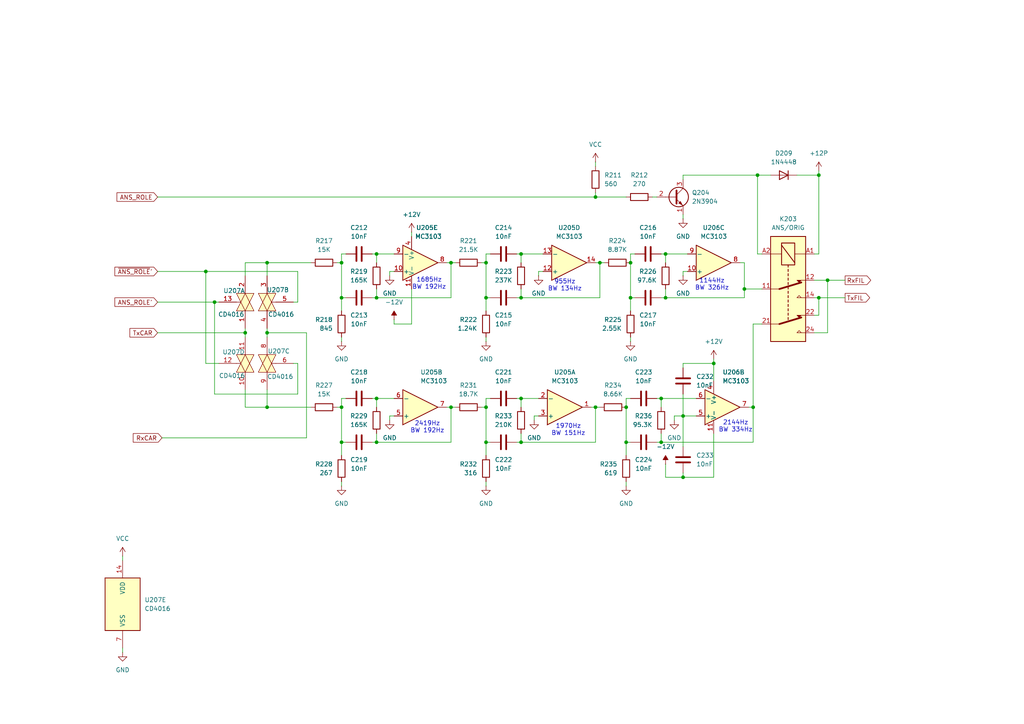
<source format=kicad_sch>
(kicad_sch (version 20250114) (generator "eeschema") (generator_version "9.0")
  (paper "A4")
  (lib_symbols
    (symbol "4xxx:4016" (pin_names (offset 1.016))
      (property "Reference" "U" (at -7.62 8.89 0))
      (property "Value" "4016" (at -7.62 -8.89 0))
      (symbol "4016_1_0"
        (polyline (pts (xy -2.54 2.54) (xy 2.54 0) (xy -2.54 -2.54) (xy -2.54 2.54)) (fill (type background)))
        (polyline (pts (xy -2.54 0) (xy 2.54 2.54) (xy 2.54 -2.54) (xy -2.54 0)) (fill (type background)))
        (polyline (pts (xy 0 1.27) (xy 0 2.54)) (stroke (width 0.1524)))
        (pin passive line (at -7.62 0 0) (length 5.08) (name "~") (number "1"))
        (pin input line (at 0 7.62 270) (length 5.08) (name "~") (number "13"))
        (pin passive line (at 7.62 0 180) (length 5.08) (name "~") (number "2"))
      )
      (symbol "4016_2_0"
        (polyline (pts (xy -2.54 2.54) (xy 2.54 0) (xy -2.54 -2.54) (xy -2.54 2.54)) (fill (type background)))
        (polyline (pts (xy -2.54 0) (xy 2.54 2.54) (xy 2.54 -2.54) (xy -2.54 0)) (fill (type background)))
        (polyline (pts (xy 0 1.27) (xy 0 2.54)) (stroke (width 0.1524)))
        (pin passive line (at -7.62 0 0) (length 5.08) (name "~") (number "4"))
        (pin input line (at 0 7.62 270) (length 5.08) (name "~") (number "5"))
        (pin passive line (at 7.62 0 180) (length 5.08) (name "~") (number "3"))
      )
      (symbol "4016_3_0"
        (polyline (pts (xy -2.54 2.54) (xy 2.54 0) (xy -2.54 -2.54) (xy -2.54 2.54)) (fill (type background)))
        (polyline (pts (xy -2.54 0) (xy 2.54 2.54) (xy 2.54 -2.54) (xy -2.54 0)) (fill (type background)))
        (polyline (pts (xy 0 1.27) (xy 0 2.54)) (stroke (width 0.1524)))
        (pin passive line (at -7.62 0 0) (length 5.08) (name "~") (number "8"))
        (pin input line (at 0 7.62 270) (length 5.08) (name "~") (number "6"))
        (pin passive line (at 7.62 0 180) (length 5.08) (name "~") (number "9"))
      )
      (symbol "4016_4_0"
        (polyline (pts (xy -2.54 2.54) (xy 2.54 0) (xy -2.54 -2.54) (xy -2.54 2.54)) (fill (type background)))
        (polyline (pts (xy -2.54 0) (xy 2.54 2.54) (xy 2.54 -2.54) (xy -2.54 0)) (fill (type background)))
        (polyline (pts (xy 0 1.27) (xy 0 2.54)) (stroke (width 0.1524)))
        (pin passive line (at -7.62 0 0) (length 5.08) (name "~") (number "11"))
        (pin input line (at 0 7.62 270) (length 5.08) (name "~") (number "12"))
        (pin passive line (at 7.62 0 180) (length 5.08) (name "~") (number "10"))
      )
      (symbol "4016_5_0"
        (pin power_in line (at 0 12.7 270) (length 5.08) (name "VDD") (number "14"))
        (pin power_in line (at 0 -12.7 90) (length 5.08) (name "VSS") (number "7"))
      )
      (symbol "4016_5_1"
        (rectangle (start -5.08 7.62) (end 5.08 -7.62) (stroke (width 0.254)) (fill (type background)))
      )
    )
    (symbol "Amplifier_Operational:OPA1604" (pin_names (offset 0.127))
      (property "Reference" "U" (at 0 5.08 0))
      (property "Value" "OPA1604" (at 0 -5.08 0))
      (symbol "OPA1604_1_1"
        (polyline (pts (xy -5.08 5.08) (xy 5.08 0) (xy -5.08 -5.08) (xy -5.08 5.08)) (stroke (width 0.254)) (fill (type background)))
        (pin input line (at -7.62 2.54 0) (length 2.54) (name "+") (number "3"))
        (pin input line (at -7.62 -2.54 0) (length 2.54) (name "-") (number "2"))
        (pin output line (at 7.62 0 180) (length 2.54) (name "~") (number "1"))
      )
      (symbol "OPA1604_2_1"
        (polyline (pts (xy -5.08 5.08) (xy 5.08 0) (xy -5.08 -5.08) (xy -5.08 5.08)) (stroke (width 0.254)) (fill (type background)))
        (pin input line (at -7.62 2.54 0) (length 2.54) (name "+") (number "5"))
        (pin input line (at -7.62 -2.54 0) (length 2.54) (name "-") (number "6"))
        (pin output line (at 7.62 0 180) (length 2.54) (name "~") (number "7"))
      )
      (symbol "OPA1604_3_1"
        (polyline (pts (xy -5.08 5.08) (xy 5.08 0) (xy -5.08 -5.08) (xy -5.08 5.08)) (stroke (width 0.254)) (fill (type background)))
        (pin input line (at -7.62 2.54 0) (length 2.54) (name "+") (number "10"))
        (pin input line (at -7.62 -2.54 0) (length 2.54) (name "-") (number "9"))
        (pin output line (at 7.62 0 180) (length 2.54) (name "~") (number "8"))
      )
      (symbol "OPA1604_4_1"
        (polyline (pts (xy -5.08 5.08) (xy 5.08 0) (xy -5.08 -5.08) (xy -5.08 5.08)) (stroke (width 0.254)) (fill (type background)))
        (pin input line (at -7.62 2.54 0) (length 2.54) (name "+") (number "12"))
        (pin input line (at -7.62 -2.54 0) (length 2.54) (name "-") (number "13"))
        (pin output line (at 7.62 0 180) (length 2.54) (name "~") (number "14"))
      )
      (symbol "OPA1604_5_1"
        (pin power_in line (at -2.54 7.62 270) (length 3.81) (name "V+") (number "4"))
        (pin power_in line (at -2.54 -7.62 90) (length 3.81) (name "V-") (number "11"))
      )
    )
    (symbol "Device:C" (pin_numbers (hide yes)) (pin_names (offset 0.254))
      (property "Reference" "C" (at 0.635 2.54 0))
      (property "Value" "C" (at 0.635 -2.54 0))
      (symbol "C_0_1"
        (polyline (pts (xy -2.032 0.762) (xy 2.032 0.762)) (stroke (width 0.508)))
        (polyline (pts (xy -2.032 -0.762) (xy 2.032 -0.762)) (stroke (width 0.508)))
      )
      (symbol "C_1_1"
        (pin passive line (at 0 3.81 270) (length 2.794) (name "~") (number "1"))
        (pin passive line (at 0 -3.81 90) (length 2.794) (name "~") (number "2"))
      )
    )
    (symbol "Device:D" (pin_numbers (hide yes)) (pin_names (offset 1.016) (hide yes))
      (property "Reference" "D" (at 0 2.54 0))
      (property "Value" "D" (at 0 -2.54 0))
      (symbol "D_0_1"
        (polyline (pts (xy -1.27 1.27) (xy -1.27 -1.27)) (stroke (width 0.254)))
        (polyline (pts (xy 1.27 1.27) (xy 1.27 -1.27) (xy -1.27 0) (xy 1.27 1.27)) (stroke (width 0.254)))
        (polyline (pts (xy 1.27 0) (xy -1.27 0)))
      )
      (symbol "D_1_1"
        (pin passive line (at -3.81 0 0) (length 2.54) (name "K") (number "1"))
        (pin passive line (at 3.81 0 180) (length 2.54) (name "A") (number "2"))
      )
    )
    (symbol "Device:R" (pin_numbers (hide yes)) (pin_names (offset 0))
      (property "Reference" "R" (at 2.032 0 90))
      (property "Value" "R" (at 0 0 90))
      (symbol "R_0_1"
        (rectangle (start -1.016 -2.54) (end 1.016 2.54) (stroke (width 0.254)))
      )
      (symbol "R_1_1"
        (pin passive line (at 0 3.81 270) (length 1.27) (name "~") (number "1"))
        (pin passive line (at 0 -3.81 90) (length 1.27) (name "~") (number "2"))
      )
    )
    (symbol "Relay:Relay_DPDT"
      (property "Reference" "K" (at 16.51 3.81 0))
      (property "Value" "Relay_DPDT" (at 16.51 1.27 0))
      (symbol "Relay_DPDT_0_1"
        (rectangle (start -15.24 5.08) (end 15.24 -5.08) (stroke (width 0.254)) (fill (type background)))
        (rectangle (start -13.335 1.905) (end -6.985 -1.905) (stroke (width 0.254)))
        (polyline (pts (xy -12.7 -1.905) (xy -7.62 1.905)) (stroke (width 0.254)))
        (polyline (pts (xy -10.16 5.08) (xy -10.16 1.905)))
        (polyline (pts (xy -10.16 -5.08) (xy -10.16 -1.905)))
        (polyline (pts (xy -6.985 0) (xy -6.35 0)) (stroke (width 0.254)))
        (polyline (pts (xy -5.715 0) (xy -5.08 0)) (stroke (width 0.254)))
        (polyline (pts (xy -4.445 0) (xy -3.81 0)) (stroke (width 0.254)))
        (polyline (pts (xy -3.175 0) (xy -2.54 0)) (stroke (width 0.254)))
        (polyline (pts (xy -2.54 5.08) (xy -2.54 2.54) (xy -1.905 3.175) (xy -2.54 3.81)) (fill (type outline)))
        (polyline (pts (xy -1.905 0) (xy -1.27 0)) (stroke (width 0.254)))
        (polyline (pts (xy -0.635 0) (xy 0 0)) (stroke (width 0.254)))
        (polyline (pts (xy 0 -2.54) (xy -1.905 3.81)) (stroke (width 0.508)))
        (polyline (pts (xy 0 -2.54) (xy 0 -5.08)))
        (polyline (pts (xy 0.635 0) (xy 1.27 0)) (stroke (width 0.254)))
        (polyline (pts (xy 1.905 0) (xy 2.54 0)) (stroke (width 0.254)))
        (polyline (pts (xy 2.54 5.08) (xy 2.54 2.54) (xy 1.905 3.175) (xy 2.54 3.81)))
        (polyline (pts (xy 3.175 0) (xy 3.81 0)) (stroke (width 0.254)))
        (polyline (pts (xy 4.445 0) (xy 5.08 0)) (stroke (width 0.254)))
        (polyline (pts (xy 5.715 0) (xy 6.35 0)) (stroke (width 0.254)))
        (polyline (pts (xy 6.985 0) (xy 7.62 0)) (stroke (width 0.254)))
        (polyline (pts (xy 7.62 5.08) (xy 7.62 2.54) (xy 8.255 3.175) (xy 7.62 3.81)) (fill (type outline)))
        (polyline (pts (xy 8.255 0) (xy 8.89 0)) (stroke (width 0.254)))
        (polyline (pts (xy 10.16 -2.54) (xy 8.255 3.81)) (stroke (width 0.508)))
        (polyline (pts (xy 10.16 -2.54) (xy 10.16 -5.08)))
        (polyline (pts (xy 12.7 5.08) (xy 12.7 2.54) (xy 12.065 3.175) (xy 12.7 3.81)))
      )
      (symbol "Relay_DPDT_1_1"
        (pin passive line (at -10.16 7.62 270) (length 2.54) (name "~") (number "A1"))
        (pin passive line (at -10.16 -7.62 90) (length 2.54) (name "~") (number "A2"))
        (pin passive line (at -2.54 7.62 270) (length 2.54) (name "~") (number "12"))
        (pin passive line (at 0 -7.62 90) (length 2.54) (name "~") (number "11"))
        (pin passive line (at 2.54 7.62 270) (length 2.54) (name "~") (number "14"))
        (pin passive line (at 7.62 7.62 270) (length 2.54) (name "~") (number "22"))
        (pin passive line (at 10.16 -7.62 90) (length 2.54) (name "~") (number "21"))
        (pin passive line (at 12.7 7.62 270) (length 2.54) (name "~") (number "24"))
      )
    )
    (symbol "Transistor_BJT:2N3904" (pin_names (offset 0) (hide yes))
      (property "Reference" "Q" (at 5.08 1.905 0))
      (property "Value" "2N3904" (at 5.08 0 0))
      (symbol "2N3904_0_1"
        (polyline (pts (xy -2.54 0) (xy 0.635 0)))
        (polyline (pts (xy 0.635 1.905) (xy 0.635 -1.905)) (stroke (width 0.508)))
        (circle (center 1.27 0) (radius 2.8194) (stroke (width 0.254)))
      )
      (symbol "2N3904_1_1"
        (polyline (pts (xy 0.635 0.635) (xy 2.54 2.54)))
        (polyline (pts (xy 0.635 -0.635) (xy 2.54 -2.54)))
        (polyline (pts (xy 1.27 -1.778) (xy 1.778 -1.27) (xy 2.286 -2.286) (xy 1.27 -1.778)) (fill (type outline)))
        (pin input line (at -5.08 0 0) (length 2.54) (name "B") (number "2"))
        (pin passive line (at 2.54 5.08 270) (length 2.54) (name "C") (number "3"))
        (pin passive line (at 2.54 -5.08 90) (length 2.54) (name "E") (number "1"))
      )
    )
    (symbol "power:+12P" (power) (pin_numbers (hide yes)) (pin_names (offset 0) (hide yes))
      (property "Value" "+12P" (at 0 3.556 0))
      (symbol "+12P_0_1"
        (polyline (pts (xy -0.762 1.27) (xy 0 2.54)))
        (polyline (pts (xy 0 2.54) (xy 0.762 1.27)))
        (polyline (pts (xy 0 0) (xy 0 2.54)))
      )
      (symbol "+12P_1_1"
        (pin power_in line (at 0 0 90) (length 0) (name "~") (number "1"))
      )
    )
    (symbol "power:+12V" (power) (pin_numbers (hide yes)) (pin_names (offset 0) (hide yes))
      (property "Value" "+12V" (at 0 3.556 0))
      (symbol "+12V_0_1"
        (polyline (pts (xy -0.762 1.27) (xy 0 2.54)))
        (polyline (pts (xy 0 2.54) (xy 0.762 1.27)))
        (polyline (pts (xy 0 0) (xy 0 2.54)))
      )
      (symbol "+12V_1_1"
        (pin power_in line (at 0 0 90) (length 0) (name "~") (number "1"))
      )
    )
    (symbol "power:-12V" (power) (pin_numbers (hide yes)) (pin_names (offset 0) (hide yes))
      (property "Value" "-12V" (at 0 3.556 0))
      (symbol "-12V_0_0"
        (pin power_in line (at 0 0 90) (length 0) (name "~") (number "1"))
      )
      (symbol "-12V_0_1"
        (polyline (pts (xy 0 0) (xy 0 1.27) (xy 0.762 1.27) (xy 0 2.54) (xy -0.762 1.27) (xy 0 1.27)) (fill (type outline)))
      )
    )
    (symbol "power:GND" (power) (pin_numbers (hide yes)) (pin_names (offset 0) (hide yes))
      (property "Value" "GND" (at 0 -3.81 0))
      (symbol "GND_0_1"
        (polyline (pts (xy 0 0) (xy 0 -1.27) (xy 1.27 -1.27) (xy 0 -2.54) (xy -1.27 -1.27) (xy 0 -1.27)))
      )
      (symbol "GND_1_1"
        (pin power_in line (at 0 0 270) (length 0) (name "~") (number "1"))
      )
    )
    (symbol "power:VCC" (power) (pin_numbers (hide yes)) (pin_names (offset 0) (hide yes))
      (property "Value" "VCC" (at 0 3.556 0))
      (symbol "VCC_0_1"
        (polyline (pts (xy -0.762 1.27) (xy 0 2.54)))
        (polyline (pts (xy 0 2.54) (xy 0.762 1.27)))
        (polyline (pts (xy 0 0) (xy 0 2.54)))
      )
      (symbol "VCC_1_1"
        (pin power_in line (at 0 0 90) (length 0) (name "~") (number "1"))
      )
    )
  )
  (text "2144Hz\nBW 334Hz" (at 213.36 123.698 0) (effects (font (size 1.27 1.27))))
  (text "955Hz\nBW 134Hz" (at 163.83 82.804 0) (effects (font (size 1.27 1.27))))
  (text "1970Hz\nBW 151Hz" (at 164.846 124.714 0) (effects (font (size 1.27 1.27))))
  (text "1144Hz\nBW 326Hz" (at 206.502 82.55 0) (effects (font (size 1.27 1.27))))
  (text "1685Hz\nBW 192Hz" (at 124.46 82.296 0) (effects (font (size 1.27 1.27))))
  (text "2419Hz\nBW 192Hz" (at 123.952 123.952 0) (effects (font (size 1.27 1.27))))
  (junction (at 130.81 118.11))
  (junction (at 207.01 105.41))
  (junction (at 193.04 86.36))
  (junction (at 173.99 76.2))
  (junction (at 140.97 118.11))
  (junction (at 240.03 81.28))
  (junction (at 151.13 86.36))
  (junction (at 172.72 57.15))
  (junction (at 140.97 86.36))
  (junction (at 219.71 50.8))
  (junction (at 140.97 76.2))
  (junction (at 99.06 86.36))
  (junction (at 59.69 78.74))
  (junction (at 77.47 76.2))
  (junction (at 71.12 96.52))
  (junction (at 172.72 118.11))
  (junction (at 237.49 86.36))
  (junction (at 191.77 128.27))
  (junction (at 151.13 73.66))
  (junction (at 109.22 86.36))
  (junction (at 218.44 118.11))
  (junction (at 109.22 128.27))
  (junction (at 198.12 120.65))
  (junction (at 198.12 138.43))
  (junction (at 182.88 86.36))
  (junction (at 151.13 128.27))
  (junction (at 181.61 118.11))
  (junction (at 140.97 128.27))
  (junction (at 193.04 73.66))
  (junction (at 99.06 76.2))
  (junction (at 191.77 115.57))
  (junction (at 77.47 118.11))
  (junction (at 182.88 76.2))
  (junction (at 99.06 118.11))
  (junction (at 130.81 76.2))
  (junction (at 62.23 87.63))
  (junction (at 151.13 115.57))
  (junction (at 237.49 50.8))
  (junction (at 109.22 73.66))
  (junction (at 109.22 115.57))
  (junction (at 99.06 128.27))
  (junction (at 77.47 96.52))
  (junction (at 181.61 128.27))
  (junction (at 215.9 83.82))
  (wire (pts (xy 193.04 73.66) (xy 193.04 76.2)))
  (wire (pts (xy 191.77 73.66) (xy 193.04 73.66)))
  (wire (pts (xy 45.72 78.74) (xy 59.69 78.74)))
  (wire (pts (xy 191.77 86.36) (xy 193.04 86.36)))
  (wire (pts (xy 182.88 97.79) (xy 182.88 99.06)))
  (wire (pts (xy 59.69 78.74) (xy 59.69 105.41)))
  (wire (pts (xy 86.36 114.3) (xy 86.36 105.41)))
  (wire (pts (xy 77.47 96.52) (xy 77.47 97.79)))
  (wire (pts (xy 151.13 115.57) (xy 156.21 115.57)))
  (wire (pts (xy 172.72 76.2) (xy 173.99 76.2)))
  (wire (pts (xy 207.01 104.14) (xy 207.01 105.41)))
  (wire (pts (xy 109.22 86.36) (xy 130.81 86.36)))
  (wire (pts (xy 99.06 76.2) (xy 99.06 73.66)))
  (wire (pts (xy 107.95 86.36) (xy 109.22 86.36)))
  (wire (pts (xy 140.97 115.57) (xy 142.24 115.57)))
  (wire (pts (xy 85.09 87.63) (xy 86.36 87.63)))
  (wire (pts (xy 77.47 118.11) (xy 90.17 118.11)))
  (wire (pts (xy 237.49 50.8) (xy 237.49 73.66)))
  (wire (pts (xy 198.12 52.07) (xy 198.12 50.8)))
  (wire (pts (xy 130.81 76.2) (xy 129.54 76.2)))
  (wire (pts (xy 172.72 55.88) (xy 172.72 57.15)))
  (wire (pts (xy 207.01 105.41) (xy 207.01 110.49)))
  (wire (pts (xy 191.77 115.57) (xy 191.77 118.11)))
  (wire (pts (xy 109.22 115.57) (xy 109.22 118.11)))
  (wire (pts (xy 198.12 120.65) (xy 198.12 129.54)))
  (wire (pts (xy 140.97 86.36) (xy 140.97 90.17)))
  (wire (pts (xy 236.22 86.36) (xy 237.49 86.36)))
  (wire (pts (xy 45.72 96.52) (xy 71.12 96.52)))
  (wire (pts (xy 207.01 105.41) (xy 198.12 105.41)))
  (wire (pts (xy 77.47 76.2) (xy 90.17 76.2)))
  (wire (pts (xy 99.06 132.08) (xy 99.06 128.27)))
  (wire (pts (xy 172.72 128.27) (xy 172.72 118.11)))
  (wire (pts (xy 113.03 120.65) (xy 113.03 121.92)))
  (wire (pts (xy 109.22 125.73) (xy 109.22 128.27)))
  (wire (pts (xy 190.5 115.57) (xy 191.77 115.57)))
  (wire (pts (xy 193.04 83.82) (xy 193.04 86.36)))
  (wire (pts (xy 140.97 128.27) (xy 140.97 118.11)))
  (wire (pts (xy 182.88 86.36) (xy 182.88 76.2)))
  (wire (pts (xy 189.23 57.15) (xy 190.5 57.15)))
  (wire (pts (xy 107.95 128.27) (xy 109.22 128.27)))
  (wire (pts (xy 182.88 86.36) (xy 182.88 90.17)))
  (wire (pts (xy 190.5 128.27) (xy 191.77 128.27)))
  (wire (pts (xy 181.61 128.27) (xy 181.61 132.08)))
  (wire (pts (xy 182.88 76.2) (xy 182.88 73.66)))
  (wire (pts (xy 191.77 125.73) (xy 191.77 128.27)))
  (wire (pts (xy 201.93 120.65) (xy 198.12 120.65)))
  (wire (pts (xy 191.77 115.57) (xy 201.93 115.57)))
  (wire (pts (xy 198.12 78.74) (xy 198.12 80.01)))
  (wire (pts (xy 151.13 86.36) (xy 173.99 86.36)))
  (wire (pts (xy 171.45 118.11) (xy 172.72 118.11)))
  (wire (pts (xy 198.12 105.41) (xy 198.12 106.68)))
  (wire (pts (xy 140.97 73.66) (xy 142.24 73.66)))
  (wire (pts (xy 99.06 97.79) (xy 99.06 99.06)))
  (wire (pts (xy 71.12 80.01) (xy 71.12 76.2)))
  (wire (pts (xy 218.44 118.11) (xy 218.44 93.98)))
  (wire (pts (xy 154.94 120.65) (xy 154.94 121.92)))
  (wire (pts (xy 88.9 96.52) (xy 77.47 96.52)))
  (wire (pts (xy 71.12 95.25) (xy 71.12 96.52)))
  (wire (pts (xy 151.13 83.82) (xy 151.13 86.36)))
  (wire (pts (xy 215.9 76.2) (xy 215.9 83.82)))
  (wire (pts (xy 62.23 87.63) (xy 63.5 87.63)))
  (wire (pts (xy 45.72 87.63) (xy 62.23 87.63)))
  (wire (pts (xy 140.97 76.2) (xy 140.97 73.66)))
  (wire (pts (xy 172.72 57.15) (xy 181.61 57.15)))
  (wire (pts (xy 191.77 128.27) (xy 218.44 128.27)))
  (wire (pts (xy 109.22 128.27) (xy 130.81 128.27)))
  (wire (pts (xy 193.04 86.36) (xy 215.9 86.36)))
  (wire (pts (xy 149.86 128.27) (xy 151.13 128.27)))
  (wire (pts (xy 139.7 76.2) (xy 140.97 76.2)))
  (wire (pts (xy 140.97 118.11) (xy 140.97 115.57)))
  (wire (pts (xy 181.61 139.7) (xy 181.61 140.97)))
  (wire (pts (xy 151.13 115.57) (xy 151.13 118.11)))
  (wire (pts (xy 151.13 73.66) (xy 151.13 76.2)))
  (wire (pts (xy 181.61 128.27) (xy 181.61 118.11)))
  (wire (pts (xy 199.39 78.74) (xy 198.12 78.74)))
  (wire (pts (xy 215.9 86.36) (xy 215.9 83.82)))
  (wire (pts (xy 71.12 113.03) (xy 71.12 118.11)))
  (wire (pts (xy 215.9 83.82) (xy 220.98 83.82)))
  (wire (pts (xy 109.22 73.66) (xy 114.3 73.66)))
  (wire (pts (xy 130.81 118.11) (xy 130.81 128.27)))
  (wire (pts (xy 109.22 83.82) (xy 109.22 86.36)))
  (wire (pts (xy 130.81 76.2) (xy 130.81 86.36)))
  (wire (pts (xy 149.86 115.57) (xy 151.13 115.57)))
  (wire (pts (xy 35.56 187.96) (xy 35.56 189.23)))
  (wire (pts (xy 237.49 73.66) (xy 236.22 73.66)))
  (wire (pts (xy 218.44 128.27) (xy 218.44 118.11)))
  (wire (pts (xy 237.49 49.53) (xy 237.49 50.8)))
  (wire (pts (xy 182.88 73.66) (xy 184.15 73.66)))
  (wire (pts (xy 140.97 86.36) (xy 142.24 86.36)))
  (wire (pts (xy 237.49 86.36) (xy 245.11 86.36)))
  (wire (pts (xy 114.3 78.74) (xy 113.03 78.74)))
  (wire (pts (xy 99.06 86.36) (xy 99.06 76.2)))
  (wire (pts (xy 119.38 67.31) (xy 119.38 68.58)))
  (wire (pts (xy 107.95 115.57) (xy 109.22 115.57)))
  (wire (pts (xy 139.7 118.11) (xy 140.97 118.11)))
  (wire (pts (xy 71.12 76.2) (xy 77.47 76.2)))
  (wire (pts (xy 99.06 128.27) (xy 99.06 118.11)))
  (wire (pts (xy 86.36 87.63) (xy 86.36 78.74)))
  (wire (pts (xy 207.01 138.43) (xy 207.01 125.73)))
  (wire (pts (xy 88.9 96.52) (xy 88.9 127)))
  (wire (pts (xy 114.3 92.71) (xy 114.3 93.98)))
  (wire (pts (xy 240.03 81.28) (xy 236.22 81.28)))
  (wire (pts (xy 219.71 50.8) (xy 219.71 73.66)))
  (wire (pts (xy 173.99 86.36) (xy 173.99 76.2)))
  (wire (pts (xy 214.63 76.2) (xy 215.9 76.2)))
  (wire (pts (xy 151.13 73.66) (xy 157.48 73.66)))
  (wire (pts (xy 71.12 118.11) (xy 77.47 118.11)))
  (wire (pts (xy 198.12 62.23) (xy 198.12 63.5)))
  (wire (pts (xy 182.88 86.36) (xy 184.15 86.36)))
  (wire (pts (xy 62.23 114.3) (xy 86.36 114.3)))
  (wire (pts (xy 97.79 118.11) (xy 99.06 118.11)))
  (wire (pts (xy 219.71 73.66) (xy 220.98 73.66)))
  (wire (pts (xy 140.97 139.7) (xy 140.97 140.97)))
  (wire (pts (xy 140.97 86.36) (xy 140.97 76.2)))
  (wire (pts (xy 114.3 120.65) (xy 113.03 120.65)))
  (wire (pts (xy 77.47 76.2) (xy 77.47 80.01)))
  (wire (pts (xy 181.61 118.11) (xy 181.61 115.57)))
  (wire (pts (xy 45.72 57.15) (xy 172.72 57.15)))
  (wire (pts (xy 130.81 118.11) (xy 132.08 118.11)))
  (wire (pts (xy 236.22 96.52) (xy 240.03 96.52)))
  (wire (pts (xy 113.03 78.74) (xy 113.03 80.01)))
  (wire (pts (xy 86.36 105.41) (xy 85.09 105.41)))
  (wire (pts (xy 240.03 96.52) (xy 240.03 81.28)))
  (wire (pts (xy 71.12 96.52) (xy 71.12 97.79)))
  (wire (pts (xy 237.49 91.44) (xy 236.22 91.44)))
  (wire (pts (xy 77.47 95.25) (xy 77.47 96.52)))
  (wire (pts (xy 198.12 114.3) (xy 198.12 120.65)))
  (wire (pts (xy 181.61 128.27) (xy 182.88 128.27)))
  (wire (pts (xy 217.17 118.11) (xy 218.44 118.11)))
  (wire (pts (xy 198.12 137.16) (xy 198.12 138.43)))
  (wire (pts (xy 99.06 139.7) (xy 99.06 140.97)))
  (wire (pts (xy 172.72 118.11) (xy 173.99 118.11)))
  (wire (pts (xy 149.86 86.36) (xy 151.13 86.36)))
  (wire (pts (xy 231.14 50.8) (xy 237.49 50.8)))
  (wire (pts (xy 62.23 87.63) (xy 62.23 114.3)))
  (wire (pts (xy 99.06 118.11) (xy 99.06 115.57)))
  (wire (pts (xy 77.47 113.03) (xy 77.47 118.11)))
  (wire (pts (xy 97.79 76.2) (xy 99.06 76.2)))
  (wire (pts (xy 151.13 125.73) (xy 151.13 128.27)))
  (wire (pts (xy 99.06 115.57) (xy 100.33 115.57)))
  (wire (pts (xy 140.97 128.27) (xy 140.97 132.08)))
  (wire (pts (xy 193.04 73.66) (xy 199.39 73.66)))
  (wire (pts (xy 140.97 97.79) (xy 140.97 99.06)))
  (wire (pts (xy 219.71 50.8) (xy 223.52 50.8)))
  (wire (pts (xy 193.04 134.62) (xy 193.04 138.43)))
  (wire (pts (xy 119.38 83.82) (xy 119.38 93.98)))
  (wire (pts (xy 198.12 50.8) (xy 219.71 50.8)))
  (wire (pts (xy 46.99 127) (xy 88.9 127)))
  (wire (pts (xy 172.72 46.99) (xy 172.72 48.26)))
  (wire (pts (xy 109.22 73.66) (xy 109.22 76.2)))
  (wire (pts (xy 149.86 73.66) (xy 151.13 73.66)))
  (wire (pts (xy 173.99 76.2) (xy 175.26 76.2)))
  (wire (pts (xy 193.04 138.43) (xy 198.12 138.43)))
  (wire (pts (xy 114.3 93.98) (xy 119.38 93.98)))
  (wire (pts (xy 99.06 128.27) (xy 100.33 128.27)))
  (wire (pts (xy 156.21 120.65) (xy 154.94 120.65)))
  (wire (pts (xy 198.12 120.65) (xy 195.58 120.65)))
  (wire (pts (xy 109.22 115.57) (xy 114.3 115.57)))
  (wire (pts (xy 151.13 128.27) (xy 172.72 128.27)))
  (wire (pts (xy 35.56 161.29) (xy 35.56 162.56)))
  (wire (pts (xy 198.12 138.43) (xy 207.01 138.43)))
  (wire (pts (xy 237.49 86.36) (xy 237.49 91.44)))
  (wire (pts (xy 195.58 120.65) (xy 195.58 121.92)))
  (wire (pts (xy 181.61 115.57) (xy 182.88 115.57)))
  (wire (pts (xy 130.81 76.2) (xy 132.08 76.2)))
  (wire (pts (xy 140.97 128.27) (xy 142.24 128.27)))
  (wire (pts (xy 99.06 90.17) (xy 99.06 86.36)))
  (wire (pts (xy 59.69 105.41) (xy 63.5 105.41)))
  (wire (pts (xy 99.06 73.66) (xy 100.33 73.66)))
  (wire (pts (xy 156.21 78.74) (xy 156.21 80.01)))
  (wire (pts (xy 59.69 78.74) (xy 86.36 78.74)))
  (wire (pts (xy 99.06 86.36) (xy 100.33 86.36)))
  (wire (pts (xy 107.95 73.66) (xy 109.22 73.66)))
  (wire (pts (xy 218.44 93.98) (xy 220.98 93.98)))
  (wire (pts (xy 240.03 81.28) (xy 245.11 81.28)))
  (wire (pts (xy 157.48 78.74) (xy 156.21 78.74)))
  (wire (pts (xy 130.81 118.11) (xy 129.54 118.11)))
  (global_label "TxCAR" (shape input) (at 45.72 96.52 180) (property "Intersheetrefs" "${INTERSHEET_REFS}" (effects (hide yes))))
  (global_label "RxCAR" (shape input) (at 46.99 127 180) (property "Intersheetrefs" "${INTERSHEET_REFS}" (effects (hide yes))))
  (global_label "~{ANS_ROLE}'" (shape input) (at 45.72 78.74 180) (property "Intersheetrefs" "${INTERSHEET_REFS}" (effects (hide yes))))
  (global_label "ANS_ROLE" (shape input) (at 45.72 57.15 180) (property "Intersheetrefs" "${INTERSHEET_REFS}" (effects (hide yes))))
  (global_label "ANS_ROLE'" (shape input) (at 45.72 87.63 180) (property "Intersheetrefs" "${INTERSHEET_REFS}" (effects (hide yes))))
  (global_label "TxFIL" (shape output) (at 245.11 86.36 0) (property "Intersheetrefs" "${INTERSHEET_REFS}" (effects (hide yes))))
  (global_label "RxFIL" (shape output) (at 245.11 81.28 0) (property "Intersheetrefs" "${INTERSHEET_REFS}" (effects (hide yes))))
  (symbol (lib_id "Amplifier_Operational:OPA1604") (at 121.92 118.11 0) (mirror x) (unit 2)
    (property "Reference" "U205" (at 121.92 107.95 0) (effects (justify left)))
    (property "Value" "MC3103" (at 121.92 110.49 0) (effects (justify left)))
    (property "Footprint" "Package_DIP:DIP-14_W7.62mm" (effects (hide yes)))
    (property "Datasheet" "https://www.onsemi.com/pdf/datasheet/mc3403-d.pdf" (effects (hide yes)))
  )
  (symbol (lib_id "Device:C") (at 187.96 86.36 90) (unit 1)
    (property "Reference" "C217" (at 187.96 91.44 90))
    (property "Value" "10nF" (at 187.96 93.98 90))
    (property "Footprint" "ZT1:C_16mm" (effects (hide yes)))
  )
  (symbol (lib_id "power:-12V") (at 193.04 134.62 0) (unit 1)
    (property "Reference" "#PWR044" (effects (hide yes)))
    (property "Value" "-12V" (at 193.04 129.54 0))
    (property "Description" "Power symbol creates a global label with name \"-12V\"" (effects (hide yes)))
  )
  (symbol (lib_id "Amplifier_Operational:OPA1604") (at 121.92 76.2 0) (unit 5)
    (property "Reference" "U205" (at 120.65 66.04 0) (effects (justify left)))
    (property "Value" "MC3103" (at 120.396 68.58 0) (effects (justify left)))
    (property "Footprint" "Package_DIP:DIP-14_W7.62mm" (effects (hide yes)))
    (property "Datasheet" "https://www.onsemi.com/pdf/datasheet/mc3403-d.pdf" (effects (hide yes)))
  )
  (symbol (lib_id "Device:C") (at 146.05 86.36 90) (unit 1)
    (property "Reference" "C215" (at 146.05 91.44 90))
    (property "Value" "10nF" (at 146.05 93.98 90))
    (property "Footprint" "ZT1:C_16mm" (effects (hide yes)))
  )
  (symbol (lib_id "Transistor_BJT:2N3904") (at 195.58 57.15 0) (unit 1)
    (property "Reference" "Q204" (at 200.66 55.8799 0) (effects (justify left)))
    (property "Value" "2N3904" (at 200.66 58.4199 0) (effects (justify left)))
    (property "Footprint" "Package_TO_SOT_THT:TO-92_Inline_Wide" (effects (hide yes)))
  )
  (symbol (lib_id "Device:R") (at 179.07 76.2 270) (unit 1)
    (property "Reference" "R224" (at 179.07 69.85 90))
    (property "Value" "8.87K" (at 179.07 72.39 90))
    (property "Footprint" "ZT1:R" (effects (hide yes)))
  )
  (symbol (lib_id "Device:C") (at 198.12 110.49 180) (unit 1)
    (property "Reference" "C232" (at 201.93 109.2199 0) (effects (justify right)))
    (property "Value" "10nF" (at 201.93 111.7599 0) (effects (justify right)))
    (property "Footprint" "ZT1:C_10mm" (effects (hide yes)))
  )
  (symbol (lib_id "power:GND") (at 99.06 99.06 0) (unit 1)
    (property "Reference" "#PWR030" (effects (hide yes)))
    (property "Value" "GND" (at 99.06 104.14 0))
    (property "Description" "Power symbol creates a global label with name \"GND\" , ground" (effects (hide yes)))
  )
  (symbol (lib_id "Device:R") (at 177.8 118.11 270) (unit 1)
    (property "Reference" "R234" (at 177.8 111.76 90))
    (property "Value" "8.66K" (at 177.8 114.3 90))
    (property "Footprint" "ZT1:R" (effects (hide yes)))
  )
  (symbol (lib_id "power:GND") (at 198.12 80.01 0) (unit 1)
    (property "Reference" "#PWR035" (effects (hide yes)))
    (property "Value" "GND" (at 198.12 85.09 0))
    (property "Description" "Power symbol creates a global label with name \"GND\" , ground" (effects (hide yes)))
  )
  (symbol (lib_id "power:VCC") (at 172.72 46.99 0) (unit 1)
    (property "Reference" "#PWR01017" (effects (hide yes)))
    (property "Value" "VCC" (at 172.72 41.91 0))
    (property "Description" "Power symbol creates a global label with name \"VCC\"" (effects (hide yes)))
  )
  (symbol (lib_id "Device:C") (at 198.12 133.35 180) (unit 1)
    (property "Reference" "C233" (at 201.93 132.0799 0) (effects (justify right)))
    (property "Value" "10nF" (at 201.93 134.6199 0) (effects (justify right)))
    (property "Footprint" "ZT1:C_10mm" (effects (hide yes)))
  )
  (symbol (lib_id "power:GND") (at 140.97 99.06 0) (unit 1)
    (property "Reference" "#PWR031" (effects (hide yes)))
    (property "Value" "GND" (at 140.97 104.14 0))
    (property "Description" "Power symbol creates a global label with name \"GND\" , ground" (effects (hide yes)))
  )
  (symbol (lib_id "Device:R") (at 151.13 121.92 180) (unit 1)
    (property "Reference" "R233" (at 148.59 120.6499 0) (effects (justify left)))
    (property "Value" "210K" (at 148.59 123.1899 0) (effects (justify left)))
    (property "Footprint" "ZT1:R" (effects (hide yes)))
  )
  (symbol (lib_id "Device:R") (at 151.13 80.01 180) (unit 1)
    (property "Reference" "R223" (at 148.59 78.7399 0) (effects (justify left)))
    (property "Value" "237K" (at 148.59 81.2799 0) (effects (justify left)))
    (property "Footprint" "ZT1:R" (effects (hide yes)))
  )
  (symbol (lib_id "power:+12P") (at 237.49 49.53 0) (unit 1)
    (property "Reference" "#PWR01016" (effects (hide yes)))
    (property "Value" "+12P" (at 237.49 44.45 0))
    (property "Description" "Power symbol creates a global label with name \"+12P\"" (effects (hide yes)))
  )
  (symbol (lib_id "Device:R") (at 140.97 135.89 0) (unit 1)
    (property "Reference" "R232" (at 138.43 134.6199 0) (effects (justify right)))
    (property "Value" "316" (at 138.43 137.1599 0) (effects (justify right)))
    (property "Footprint" "ZT1:R" (effects (hide yes)))
  )
  (symbol (lib_id "Device:C") (at 146.05 128.27 90) (unit 1)
    (property "Reference" "C222" (at 146.05 133.35 90))
    (property "Value" "10nF" (at 146.05 135.89 90))
    (property "Footprint" "ZT1:C_16mm" (effects (hide yes)))
  )
  (symbol (lib_id "Amplifier_Operational:OPA1604") (at 209.55 118.11 0) (unit 5)
    (property "Reference" "U206" (at 209.55 107.95 0) (effects (justify left)))
    (property "Value" "MC3103" (at 209.55 110.49 0) (effects (justify left)))
    (property "Footprint" "Package_DIP:DIP-14_W7.62mm" (effects (hide yes)))
    (property "Datasheet" "https://www.onsemi.com/pdf/datasheet/mc3403-d.pdf" (effects (hide yes)))
  )
  (symbol (lib_id "power:VCC") (at 35.56 161.29 0) (unit 1)
    (property "Reference" "#PWR021" (effects (hide yes)))
    (property "Value" "VCC" (at 35.56 156.21 0))
    (property "Description" "Power symbol creates a global label with name \"VCC\"" (effects (hide yes)))
  )
  (symbol (lib_id "Device:C") (at 104.14 86.36 90) (unit 1)
    (property "Reference" "C213" (at 104.14 91.44 90))
    (property "Value" "10nF" (at 104.14 93.98 90))
    (property "Footprint" "ZT1:C_16mm" (effects (hide yes)))
  )
  (symbol (lib_id "Device:R") (at 93.98 76.2 90) (unit 1)
    (property "Reference" "R217" (at 93.98 69.85 90))
    (property "Value" "15K" (at 93.98 72.39 90))
    (property "Footprint" "ZT1:R" (effects (hide yes)))
  )
  (symbol (lib_id "power:+12V") (at 207.01 104.14 0) (unit 1)
    (property "Reference" "#PWR043" (effects (hide yes)))
    (property "Value" "+12V" (at 207.01 99.06 0))
    (property "Description" "Power symbol creates a global label with name \"+12V\"" (effects (hide yes)))
  )
  (symbol (lib_id "Device:C") (at 186.69 128.27 90) (unit 1)
    (property "Reference" "C224" (at 186.69 133.35 90))
    (property "Value" "10nF" (at 186.69 135.89 90))
    (property "Footprint" "ZT1:C_16mm" (effects (hide yes)))
  )
  (symbol (lib_id "power:GND") (at 195.58 121.92 0) (unit 1)
    (property "Reference" "#PWR042" (effects (hide yes)))
    (property "Value" "GND" (at 195.58 127 0))
    (property "Description" "Power symbol creates a global label with name \"GND\" , ground" (effects (hide yes)))
  )
  (symbol (lib_id "Device:R") (at 99.06 135.89 180) (unit 1)
    (property "Reference" "R228" (at 96.52 134.6199 0) (effects (justify left)))
    (property "Value" "267" (at 96.52 137.1599 0) (effects (justify left)))
    (property "Footprint" "ZT1:R" (effects (hide yes)))
  )
  (symbol (lib_id "4xxx:4016") (at 77.47 105.41 270) (unit 3)
    (property "Reference" "U207" (at 84.074 101.854 90) (effects (justify right)))
    (property "Value" "CD4016" (at 85.09 109.22 90) (effects (justify right)))
    (property "Footprint" "Package_DIP:DIP-14_W7.62mm" (effects (hide yes)))
  )
  (symbol (lib_id "power:GND") (at 113.03 121.92 0) (unit 1)
    (property "Reference" "#PWR038" (effects (hide yes)))
    (property "Value" "GND" (at 113.03 127 0))
    (property "Description" "Power symbol creates a global label with name \"GND\" , ground" (effects (hide yes)))
  )
  (symbol (lib_id "4xxx:4016") (at 71.12 87.63 90) (unit 1)
    (property "Reference" "U207" (at 64.77 84.328 90) (effects (justify right)))
    (property "Value" "CD4016" (at 77.724 91.186 90) (effects (justify right)))
    (property "Footprint" "Package_DIP:DIP-14_W7.62mm" (effects (hide yes)))
  )
  (symbol (lib_id "4xxx:4016") (at 71.12 105.41 90) (mirror x) (unit 4)
    (property "Reference" "U207" (at 64.516 102.108 90) (effects (justify right)))
    (property "Value" "CD4016" (at 63.5 108.966 90) (effects (justify right)))
    (property "Footprint" "Package_DIP:DIP-14_W7.62mm" (effects (hide yes)))
  )
  (symbol (lib_id "Device:R") (at 93.98 118.11 90) (unit 1)
    (property "Reference" "R227" (at 93.98 111.76 90))
    (property "Value" "15K" (at 93.98 114.3 90))
    (property "Footprint" "ZT1:R" (effects (hide yes)))
  )
  (symbol (lib_id "power:GND") (at 113.03 80.01 0) (unit 1)
    (property "Reference" "#PWR032" (effects (hide yes)))
    (property "Value" "GND" (at 113.03 85.09 0))
    (property "Description" "Power symbol creates a global label with name \"GND\" , ground" (effects (hide yes)))
  )
  (symbol (lib_id "Device:R") (at 135.89 76.2 270) (unit 1)
    (property "Reference" "R221" (at 135.89 69.85 90))
    (property "Value" "21.5K" (at 135.89 72.39 90))
    (property "Footprint" "ZT1:R" (effects (hide yes)))
  )
  (symbol (lib_id "Relay:Relay_DPDT") (at 228.6 83.82 270) (unit 1)
    (property "Reference" "K203" (at 228.6 63.5 90))
    (property "Value" "ANS/ORIG" (at 228.6 66.04 90))
    (property "Footprint" "ZT1:K" (effects (hide yes)))
    (property "Description" "Relay DPDT, monostable, EN50005" (effects (hide yes)))
  )
  (symbol (lib_id "Device:R") (at 191.77 121.92 180) (unit 1)
    (property "Reference" "R236" (at 189.23 120.6499 0) (effects (justify left)))
    (property "Value" "95.3K" (at 189.23 123.1899 0) (effects (justify left)))
    (property "Footprint" "ZT1:R" (effects (hide yes)))
  )
  (symbol (lib_id "Amplifier_Operational:OPA1604") (at 121.92 76.2 0) (mirror x) (unit 3)
    (property "Reference" "U205" (at 120.65 66.04 0) (effects (justify left)))
    (property "Value" "MC3103" (at 120.396 68.58 0) (effects (justify left)))
    (property "Footprint" "Package_DIP:DIP-14_W7.62mm" (effects (hide yes)))
    (property "Datasheet" "https://www.onsemi.com/pdf/datasheet/mc3403-d.pdf" (effects (hide yes)))
  )
  (symbol (lib_id "power:GND") (at 198.12 63.5 0) (unit 1)
    (property "Reference" "#PWR01015" (effects (hide yes)))
    (property "Value" "GND" (at 198.12 68.58 0))
    (property "Description" "Power symbol creates a global label with name \"GND\" , ground" (effects (hide yes)))
  )
  (symbol (lib_id "Device:C") (at 104.14 73.66 90) (unit 1)
    (property "Reference" "C212" (at 104.14 66.04 90))
    (property "Value" "10nF" (at 104.14 68.58 90))
    (property "Footprint" "ZT1:C_16mm" (effects (hide yes)))
  )
  (symbol (lib_id "power:GND") (at 156.21 80.01 0) (unit 1)
    (property "Reference" "#PWR034" (effects (hide yes)))
    (property "Value" "GND" (at 156.21 85.09 0))
    (property "Description" "Power symbol creates a global label with name \"GND\" , ground" (effects (hide yes)))
  )
  (symbol (lib_id "power:GND") (at 182.88 99.06 0) (unit 1)
    (property "Reference" "#PWR036" (effects (hide yes)))
    (property "Value" "GND" (at 182.88 104.14 0))
    (property "Description" "Power symbol creates a global label with name \"GND\" , ground" (effects (hide yes)))
  )
  (symbol (lib_id "Device:R") (at 181.61 135.89 0) (unit 1)
    (property "Reference" "R235" (at 179.07 134.6199 0) (effects (justify right)))
    (property "Value" "619" (at 179.07 137.1599 0) (effects (justify right)))
    (property "Footprint" "ZT1:R" (effects (hide yes)))
  )
  (symbol (lib_id "Device:R") (at 185.42 57.15 90) (unit 1)
    (property "Reference" "R212" (at 185.42 50.8 90))
    (property "Value" "270" (at 185.42 53.34 90))
    (property "Footprint" "ZT1:R" (effects (hide yes)))
  )
  (symbol (lib_id "Device:C") (at 146.05 115.57 90) (unit 1)
    (property "Reference" "C221" (at 146.05 107.95 90))
    (property "Value" "10nF" (at 146.05 110.49 90))
    (property "Footprint" "ZT1:C_16mm" (effects (hide yes)))
  )
  (symbol (lib_id "Device:C") (at 146.05 73.66 90) (unit 1)
    (property "Reference" "C214" (at 146.05 66.04 90))
    (property "Value" "10nF" (at 146.05 68.58 90))
    (property "Footprint" "ZT1:C_16mm" (effects (hide yes)))
  )
  (symbol (lib_id "power:GND") (at 181.61 140.97 0) (unit 1)
    (property "Reference" "#PWR041" (effects (hide yes)))
    (property "Value" "GND" (at 181.61 146.05 0))
    (property "Description" "Power symbol creates a global label with name \"GND\" , ground" (effects (hide yes)))
  )
  (symbol (lib_id "4xxx:4016") (at 35.56 175.26 0) (unit 5)
    (property "Reference" "U207" (at 41.91 173.9899 0) (effects (justify left)))
    (property "Value" "CD4016" (at 41.91 176.5299 0) (effects (justify left)))
    (property "Footprint" "Package_DIP:DIP-14_W7.62mm" (effects (hide yes)))
  )
  (symbol (lib_id "4xxx:4016") (at 77.47 87.63 270) (mirror x) (unit 2)
    (property "Reference" "U207" (at 83.82 84.074 90) (effects (justify right)))
    (property "Value" "CD4016" (at 70.866 91.186 90) (effects (justify right)))
    (property "Footprint" "Package_DIP:DIP-14_W7.62mm" (effects (hide yes)))
  )
  (symbol (lib_id "Device:C") (at 186.69 115.57 90) (unit 1)
    (property "Reference" "C223" (at 186.69 107.95 90))
    (property "Value" "10nF" (at 186.69 110.49 90))
    (property "Footprint" "ZT1:C_16mm" (effects (hide yes)))
  )
  (symbol (lib_id "Device:R") (at 109.22 80.01 180) (unit 1)
    (property "Reference" "R219" (at 106.68 78.7399 0) (effects (justify left)))
    (property "Value" "165K" (at 106.68 81.2799 0) (effects (justify left)))
    (property "Footprint" "ZT1:R" (effects (hide yes)))
  )
  (symbol (lib_id "Device:C") (at 187.96 73.66 90) (unit 1)
    (property "Reference" "C216" (at 187.96 66.04 90))
    (property "Value" "10nF" (at 187.96 68.58 90))
    (property "Footprint" "ZT1:C_16mm" (effects (hide yes)))
  )
  (symbol (lib_id "Device:R") (at 182.88 93.98 0) (unit 1)
    (property "Reference" "R225" (at 180.34 92.7099 0) (effects (justify right)))
    (property "Value" "2.55K" (at 180.34 95.2499 0) (effects (justify right)))
    (property "Footprint" "ZT1:R" (effects (hide yes)))
  )
  (symbol (lib_id "Device:R") (at 193.04 80.01 180) (unit 1)
    (property "Reference" "R226" (at 190.5 78.7399 0) (effects (justify left)))
    (property "Value" "97.6K" (at 190.5 81.2799 0) (effects (justify left)))
    (property "Footprint" "ZT1:R" (effects (hide yes)))
  )
  (symbol (lib_id "power:GND") (at 140.97 140.97 0) (unit 1)
    (property "Reference" "#PWR039" (effects (hide yes)))
    (property "Value" "GND" (at 140.97 146.05 0))
    (property "Description" "Power symbol creates a global label with name \"GND\" , ground" (effects (hide yes)))
  )
  (symbol (lib_id "Amplifier_Operational:OPA1604") (at 209.55 118.11 0) (mirror x) (unit 2)
    (property "Reference" "U206" (at 209.55 107.95 0) (effects (justify left)))
    (property "Value" "MC3103" (at 209.55 110.49 0) (effects (justify left)))
    (property "Footprint" "Package_DIP:DIP-14_W7.62mm" (effects (hide yes)))
    (property "Datasheet" "https://www.onsemi.com/pdf/datasheet/mc3403-d.pdf" (effects (hide yes)))
  )
  (symbol (lib_id "Amplifier_Operational:OPA1604") (at 163.83 118.11 0) (mirror x) (unit 1)
    (property "Reference" "U205" (at 163.83 107.95 0))
    (property "Value" "MC3103" (at 163.83 110.49 0))
    (property "Footprint" "Package_DIP:DIP-14_W7.62mm" (effects (hide yes)))
    (property "Datasheet" "https://www.onsemi.com/pdf/datasheet/mc3403-d.pdf" (effects (hide yes)))
  )
  (symbol (lib_id "Device:R") (at 109.22 121.92 180) (unit 1)
    (property "Reference" "R229" (at 106.68 120.6499 0) (effects (justify left)))
    (property "Value" "165K" (at 106.68 123.1899 0) (effects (justify left)))
    (property "Footprint" "ZT1:R" (effects (hide yes)))
  )
  (symbol (lib_id "Amplifier_Operational:OPA1604") (at 207.01 76.2 0) (mirror x) (unit 3)
    (property "Reference" "U206" (at 207.01 66.04 0))
    (property "Value" "MC3103" (at 207.01 68.58 0))
    (property "Footprint" "Package_DIP:DIP-14_W7.62mm" (effects (hide yes)))
    (property "Datasheet" "https://www.onsemi.com/pdf/datasheet/mc3403-d.pdf" (effects (hide yes)))
  )
  (symbol (lib_id "power:-12V") (at 114.3 92.71 0) (unit 1)
    (property "Reference" "#PWR029" (effects (hide yes)))
    (property "Value" "-12V" (at 114.3 87.63 0))
    (property "Description" "Power symbol creates a global label with name \"-12V\"" (effects (hide yes)))
  )
  (symbol (lib_id "Device:D") (at 227.33 50.8 180) (unit 1)
    (property "Reference" "D209" (at 227.33 44.45 0))
    (property "Value" "1N4448" (at 227.33 46.99 0))
    (property "Footprint" "ZT1:D_9mm" (effects (hide yes)))
  )
  (symbol (lib_id "power:GND") (at 99.06 140.97 0) (unit 1)
    (property "Reference" "#PWR037" (effects (hide yes)))
    (property "Value" "GND" (at 99.06 146.05 0))
    (property "Description" "Power symbol creates a global label with name \"GND\" , ground" (effects (hide yes)))
  )
  (symbol (lib_id "power:GND") (at 154.94 121.92 0) (unit 1)
    (property "Reference" "#PWR040" (effects (hide yes)))
    (property "Value" "GND" (at 154.94 127 0))
    (property "Description" "Power symbol creates a global label with name \"GND\" , ground" (effects (hide yes)))
  )
  (symbol (lib_id "Device:R") (at 140.97 93.98 0) (unit 1)
    (property "Reference" "R222" (at 138.43 92.7099 0) (effects (justify right)))
    (property "Value" "1.24K" (at 138.43 95.2499 0) (effects (justify right)))
    (property "Footprint" "ZT1:R" (effects (hide yes)))
  )
  (symbol (lib_id "power:GND") (at 35.56 189.23 0) (unit 1)
    (property "Reference" "#PWR01004" (effects (hide yes)))
    (property "Value" "GND" (at 35.56 194.31 0))
    (property "Description" "Power symbol creates a global label with name \"GND\" , ground" (effects (hide yes)))
  )
  (symbol (lib_id "Amplifier_Operational:OPA1604") (at 165.1 76.2 0) (mirror x) (unit 4)
    (property "Reference" "U205" (at 165.1 66.04 0))
    (property "Value" "MC3103" (at 165.1 68.58 0))
    (property "Footprint" "Package_DIP:DIP-14_W7.62mm" (effects (hide yes)))
    (property "Datasheet" "https://www.onsemi.com/pdf/datasheet/mc3403-d.pdf" (effects (hide yes)))
  )
  (symbol (lib_id "Device:R") (at 99.06 93.98 180) (unit 1)
    (property "Reference" "R218" (at 96.52 92.7099 0) (effects (justify left)))
    (property "Value" "845" (at 96.52 95.2499 0) (effects (justify left)))
    (property "Footprint" "ZT1:R" (effects (hide yes)))
  )
  (symbol (lib_id "power:+12V") (at 119.38 67.31 0) (unit 1)
    (property "Reference" "#PWR028" (effects (hide yes)))
    (property "Value" "+12V" (at 119.38 62.23 0))
    (property "Description" "Power symbol creates a global label with name \"+12V\"" (effects (hide yes)))
  )
  (symbol (lib_id "Device:C") (at 104.14 128.27 90) (unit 1)
    (property "Reference" "C219" (at 104.14 133.35 90))
    (property "Value" "10nF" (at 104.14 135.89 90))
    (property "Footprint" "ZT1:C_16mm" (effects (hide yes)))
  )
  (symbol (lib_id "Device:R") (at 135.89 118.11 270) (unit 1)
    (property "Reference" "R231" (at 135.89 111.76 90))
    (property "Value" "18.7K" (at 135.89 114.3 90))
    (property "Footprint" "ZT1:R" (effects (hide yes)))
  )
  (symbol (lib_id "Device:C") (at 104.14 115.57 90) (unit 1)
    (property "Reference" "C218" (at 104.14 107.95 90))
    (property "Value" "10nF" (at 104.14 110.49 90))
    (property "Footprint" "ZT1:C_16mm" (effects (hide yes)))
  )
  (symbol (lib_id "Device:R") (at 172.72 52.07 180) (unit 1)
    (property "Reference" "R211" (at 175.26 50.7999 0) (effects (justify right)))
    (property "Value" "560" (at 175.26 53.3399 0) (effects (justify right)))
    (property "Footprint" "ZT1:R" (effects (hide yes)))
  )
)
</source>
